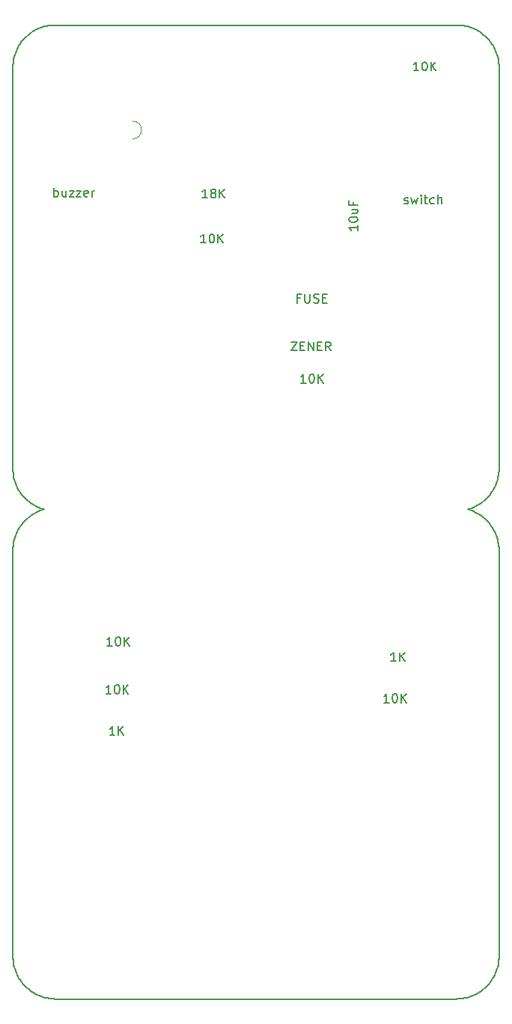
<source format=gto>
G04 #@! TF.FileFunction,Legend,Top*
%FSLAX45Y45*%
G04 Gerber Fmt 4.5, Leading zero omitted, Abs format (unit mm)*
G04 Created by KiCad (PCBNEW 4.0.6-e0-6349~53~ubuntu16.04.1) date Wed May 24 17:29:30 2017*
%MOMM*%
%LPD*%
G01*
G04 APERTURE LIST*
%ADD10C,0.020000*%
%ADD11C,0.155643*%
%ADD12C,0.120000*%
%ADD13C,0.150000*%
G04 APERTURE END LIST*
D10*
D11*
X10229479Y-3493136D02*
X10204755Y-3493756D01*
X10204755Y-3493756D02*
X10180365Y-3495596D01*
X10180365Y-3495596D02*
X10156337Y-3498627D01*
X10156337Y-3498627D02*
X10132701Y-3502819D01*
X10132701Y-3502819D02*
X10109487Y-3508142D01*
X10109487Y-3508142D02*
X10086724Y-3514567D01*
X10086724Y-3514567D02*
X10064443Y-3522064D01*
X10064443Y-3522064D02*
X10042673Y-3530604D01*
X10042673Y-3530604D02*
X10021443Y-3540156D01*
X10021443Y-3540156D02*
X10000783Y-3550692D01*
X10000783Y-3550692D02*
X9980722Y-3562182D01*
X9980722Y-3562182D02*
X9961291Y-3574596D01*
X9961291Y-3574596D02*
X9942519Y-3587904D01*
X9942519Y-3587904D02*
X9924436Y-3602078D01*
X9924436Y-3602078D02*
X9907071Y-3617087D01*
X9907071Y-3617087D02*
X9890453Y-3632901D01*
X9890453Y-3632901D02*
X9874614Y-3649492D01*
X9874614Y-3649492D02*
X9859581Y-3666829D01*
X9859581Y-3666829D02*
X9845385Y-3684883D01*
X9845385Y-3684883D02*
X9832056Y-3703624D01*
X9832056Y-3703624D02*
X9819622Y-3723023D01*
X9819622Y-3723023D02*
X9808114Y-3743050D01*
X9808114Y-3743050D02*
X9797562Y-3763676D01*
X9797562Y-3763676D02*
X9787994Y-3784870D01*
X9787994Y-3784870D02*
X9779442Y-3806604D01*
X9779442Y-3806604D02*
X9771933Y-3828847D01*
X9771933Y-3828847D02*
X9765498Y-3851571D01*
X9765498Y-3851571D02*
X9760167Y-3874745D01*
X9760167Y-3874745D02*
X9755969Y-3898340D01*
X9755969Y-3898340D02*
X9752933Y-3922326D01*
X9752933Y-3922326D02*
X9751091Y-3946674D01*
X9751091Y-3946674D02*
X9750470Y-3971354D01*
X9750470Y-3971354D02*
X9750470Y-8508201D01*
X9750470Y-8508201D02*
X9751130Y-8533622D01*
X9751130Y-8533622D02*
X9753088Y-8558685D01*
X9753088Y-8558685D02*
X9756312Y-8583357D01*
X9756312Y-8583357D02*
X9760770Y-8607607D01*
X9760770Y-8607607D02*
X9766428Y-8631403D01*
X9766428Y-8631403D02*
X9773254Y-8654713D01*
X9773254Y-8654713D02*
X9781215Y-8677504D01*
X9781215Y-8677504D02*
X9790280Y-8699745D01*
X9790280Y-8699745D02*
X9800414Y-8721404D01*
X9800414Y-8721404D02*
X9811587Y-8742449D01*
X9811587Y-8742449D02*
X9823764Y-8762848D01*
X9823764Y-8762848D02*
X9836915Y-8782569D01*
X9836915Y-8782569D02*
X9851005Y-8801579D01*
X9851005Y-8801579D02*
X9866002Y-8819848D01*
X9866002Y-8819848D02*
X9881875Y-8837342D01*
X9881875Y-8837342D02*
X9898589Y-8854031D01*
X9898589Y-8854031D02*
X9916114Y-8869881D01*
X9916114Y-8869881D02*
X9934415Y-8884861D01*
X9934415Y-8884861D02*
X9953461Y-8898940D01*
X9953461Y-8898940D02*
X9973219Y-8912084D01*
X9973219Y-8912084D02*
X9993656Y-8924263D01*
X9993656Y-8924263D02*
X10014740Y-8935444D01*
X10014740Y-8935444D02*
X10036438Y-8945594D01*
X10036438Y-8945594D02*
X10058718Y-8954683D01*
X10058718Y-8954683D02*
X10081546Y-8962678D01*
X10081546Y-8962678D02*
X10104892Y-8969548D01*
X10104892Y-8969548D02*
X10081522Y-8976642D01*
X10081522Y-8976642D02*
X10058673Y-8984854D01*
X10058673Y-8984854D02*
X10036377Y-8994155D01*
X10036377Y-8994155D02*
X10014667Y-9004510D01*
X10014667Y-9004510D02*
X9993574Y-9015890D01*
X9993574Y-9015890D02*
X9973131Y-9028261D01*
X9973131Y-9028261D02*
X9953371Y-9041593D01*
X9953371Y-9041593D02*
X9934326Y-9055853D01*
X9934326Y-9055853D02*
X9916027Y-9071010D01*
X9916027Y-9071010D02*
X9898508Y-9087032D01*
X9898508Y-9087032D02*
X9881800Y-9103887D01*
X9881800Y-9103887D02*
X9865936Y-9121543D01*
X9865936Y-9121543D02*
X9850948Y-9139969D01*
X9850948Y-9139969D02*
X9836869Y-9159133D01*
X9836869Y-9159133D02*
X9823730Y-9179003D01*
X9823730Y-9179003D02*
X9811564Y-9199548D01*
X9811564Y-9199548D02*
X9800404Y-9220735D01*
X9800404Y-9220735D02*
X9790282Y-9242533D01*
X9790282Y-9242533D02*
X9781229Y-9264910D01*
X9781229Y-9264910D02*
X9773278Y-9287835D01*
X9773278Y-9287835D02*
X9766462Y-9311275D01*
X9766462Y-9311275D02*
X9760813Y-9335199D01*
X9760813Y-9335199D02*
X9756363Y-9359575D01*
X9756363Y-9359575D02*
X9753145Y-9384371D01*
X9753145Y-9384371D02*
X9751190Y-9409556D01*
X9751190Y-9409556D02*
X9750531Y-9435097D01*
X9750531Y-9435097D02*
X9750531Y-14023287D01*
X9750531Y-14023287D02*
X9751159Y-14048245D01*
X9751159Y-14048245D02*
X9753024Y-14072868D01*
X9753024Y-14072868D02*
X9756094Y-14097125D01*
X9756094Y-14097125D02*
X9760341Y-14120986D01*
X9760341Y-14120986D02*
X9765735Y-14144421D01*
X9765735Y-14144421D02*
X9772244Y-14167400D01*
X9772244Y-14167400D02*
X9779840Y-14189893D01*
X9779840Y-14189893D02*
X9788492Y-14211871D01*
X9788492Y-14211871D02*
X9798170Y-14233304D01*
X9798170Y-14233304D02*
X9808845Y-14254161D01*
X9808845Y-14254161D02*
X9820486Y-14274412D01*
X9820486Y-14274412D02*
X9833063Y-14294029D01*
X9833063Y-14294029D02*
X9846546Y-14312980D01*
X9846546Y-14312980D02*
X9860906Y-14331236D01*
X9860906Y-14331236D02*
X9876112Y-14348767D01*
X9876112Y-14348767D02*
X9892135Y-14365543D01*
X9892135Y-14365543D02*
X9908943Y-14381534D01*
X9908943Y-14381534D02*
X9926508Y-14396710D01*
X9926508Y-14396710D02*
X9944800Y-14411041D01*
X9944800Y-14411041D02*
X9963787Y-14424498D01*
X9963787Y-14424498D02*
X9983441Y-14437050D01*
X9983441Y-14437050D02*
X10003731Y-14448668D01*
X10003731Y-14448668D02*
X10024628Y-14459321D01*
X10024628Y-14459321D02*
X10046101Y-14468980D01*
X10046101Y-14468980D02*
X10068120Y-14477615D01*
X10068120Y-14477615D02*
X10090656Y-14485195D01*
X10090656Y-14485195D02*
X10113677Y-14491691D01*
X10113677Y-14491691D02*
X10137156Y-14497074D01*
X10137156Y-14497074D02*
X10161060Y-14501312D01*
X10161060Y-14501312D02*
X10185361Y-14504376D01*
X10185361Y-14504376D02*
X10210028Y-14506237D01*
X10210028Y-14506237D02*
X10235032Y-14506864D01*
X10235032Y-14506864D02*
X14764968Y-14506864D01*
X14764968Y-14506864D02*
X14789972Y-14506237D01*
X14789972Y-14506237D02*
X14814638Y-14504376D01*
X14814638Y-14504376D02*
X14838938Y-14501312D01*
X14838938Y-14501312D02*
X14862842Y-14497074D01*
X14862842Y-14497074D02*
X14886318Y-14491691D01*
X14886318Y-14491691D02*
X14909339Y-14485195D01*
X14909339Y-14485195D02*
X14931872Y-14477615D01*
X14931872Y-14477615D02*
X14953890Y-14468980D01*
X14953890Y-14468980D02*
X14975360Y-14459321D01*
X14975360Y-14459321D02*
X14996254Y-14448668D01*
X14996254Y-14448668D02*
X15016542Y-14437050D01*
X15016542Y-14437050D02*
X15036194Y-14424498D01*
X15036194Y-14424498D02*
X15055178Y-14411041D01*
X15055178Y-14411041D02*
X15073467Y-14396710D01*
X15073467Y-14396710D02*
X15091029Y-14381534D01*
X15091029Y-14381534D02*
X15107835Y-14365543D01*
X15107835Y-14365543D02*
X15123855Y-14348767D01*
X15123855Y-14348767D02*
X15139058Y-14331236D01*
X15139058Y-14331236D02*
X15153415Y-14312980D01*
X15153415Y-14312980D02*
X15166896Y-14294029D01*
X15166896Y-14294029D02*
X15179470Y-14274412D01*
X15179470Y-14274412D02*
X15191109Y-14254161D01*
X15191109Y-14254161D02*
X15201781Y-14233304D01*
X15201781Y-14233304D02*
X15211457Y-14211871D01*
X15211457Y-14211871D02*
X15220107Y-14189893D01*
X15220107Y-14189893D02*
X15227701Y-14167400D01*
X15227701Y-14167400D02*
X15234209Y-14144421D01*
X15234209Y-14144421D02*
X15239601Y-14120986D01*
X15239601Y-14120986D02*
X15243847Y-14097125D01*
X15243847Y-14097125D02*
X15246917Y-14072868D01*
X15246917Y-14072868D02*
X15248780Y-14048245D01*
X15248780Y-14048245D02*
X15249408Y-14023287D01*
X15249408Y-14023287D02*
X15249408Y-9435097D01*
X15249408Y-9435097D02*
X15248750Y-9409557D01*
X15248750Y-9409557D02*
X15246796Y-9384374D01*
X15246796Y-9384374D02*
X15243578Y-9359579D01*
X15243578Y-9359579D02*
X15239129Y-9335204D01*
X15239129Y-9335204D02*
X15233481Y-9311281D01*
X15233481Y-9311281D02*
X15226667Y-9287842D01*
X15226667Y-9287842D02*
X15218718Y-9264919D01*
X15218718Y-9264919D02*
X15209668Y-9242542D01*
X15209668Y-9242542D02*
X15199547Y-9220745D01*
X15199547Y-9220745D02*
X15188390Y-9199558D01*
X15188390Y-9199558D02*
X15176227Y-9179014D01*
X15176227Y-9179014D02*
X15163091Y-9159144D01*
X15163091Y-9159144D02*
X15149014Y-9139979D01*
X15149014Y-9139979D02*
X15134029Y-9121553D01*
X15134029Y-9121553D02*
X15118168Y-9103897D01*
X15118168Y-9103897D02*
X15101463Y-9087041D01*
X15101463Y-9087041D02*
X15083947Y-9071019D01*
X15083947Y-9071019D02*
X15065652Y-9055861D01*
X15065652Y-9055861D02*
X15046609Y-9041601D01*
X15046609Y-9041601D02*
X15026852Y-9028268D01*
X15026852Y-9028268D02*
X15006412Y-9015896D01*
X15006412Y-9015896D02*
X14985323Y-9004515D01*
X14985323Y-9004515D02*
X14963615Y-8994159D01*
X14963615Y-8994159D02*
X14941322Y-8984857D01*
X14941322Y-8984857D02*
X14918476Y-8976643D01*
X14918476Y-8976643D02*
X14895108Y-8969548D01*
X14895108Y-8969548D02*
X14918452Y-8962678D01*
X14918452Y-8962678D02*
X14941280Y-8954682D01*
X14941280Y-8954682D02*
X14963559Y-8945592D01*
X14963559Y-8945592D02*
X14985256Y-8935441D01*
X14985256Y-8935441D02*
X15006340Y-8924259D01*
X15006340Y-8924259D02*
X15026777Y-8912080D01*
X15026777Y-8912080D02*
X15046534Y-8898935D01*
X15046534Y-8898935D02*
X15065580Y-8884856D01*
X15065580Y-8884856D02*
X15083881Y-8869876D01*
X15083881Y-8869876D02*
X15101406Y-8854025D01*
X15101406Y-8854025D02*
X15118120Y-8837336D01*
X15118120Y-8837336D02*
X15133993Y-8819842D01*
X15133993Y-8819842D02*
X15148991Y-8801573D01*
X15148991Y-8801573D02*
X15163081Y-8782563D01*
X15163081Y-8782563D02*
X15176232Y-8762842D01*
X15176232Y-8762842D02*
X15188410Y-8742444D01*
X15188410Y-8742444D02*
X15199583Y-8721399D01*
X15199583Y-8721399D02*
X15209718Y-8699740D01*
X15209718Y-8699740D02*
X15218783Y-8677500D01*
X15218783Y-8677500D02*
X15226745Y-8654709D01*
X15226745Y-8654709D02*
X15233571Y-8631400D01*
X15233571Y-8631400D02*
X15239230Y-8607604D01*
X15239230Y-8607604D02*
X15243687Y-8583355D01*
X15243687Y-8583355D02*
X15246912Y-8558683D01*
X15246912Y-8558683D02*
X15248870Y-8533621D01*
X15248870Y-8533621D02*
X15249530Y-8508201D01*
X15249530Y-8508201D02*
X15249530Y-3971354D01*
X15249530Y-3971354D02*
X15248909Y-3946674D01*
X15248909Y-3946674D02*
X15247066Y-3922326D01*
X15247066Y-3922326D02*
X15244030Y-3898340D01*
X15244030Y-3898340D02*
X15239830Y-3874745D01*
X15239830Y-3874745D02*
X15234498Y-3851571D01*
X15234498Y-3851571D02*
X15228061Y-3828847D01*
X15228061Y-3828847D02*
X15220551Y-3806604D01*
X15220551Y-3806604D02*
X15211996Y-3784870D01*
X15211996Y-3784870D02*
X15202426Y-3763676D01*
X15202426Y-3763676D02*
X15191872Y-3743050D01*
X15191872Y-3743050D02*
X15180361Y-3723023D01*
X15180361Y-3723023D02*
X15167925Y-3703624D01*
X15167925Y-3703624D02*
X15154593Y-3684883D01*
X15154593Y-3684883D02*
X15140394Y-3666829D01*
X15140394Y-3666829D02*
X15125359Y-3649492D01*
X15125359Y-3649492D02*
X15109516Y-3632901D01*
X15109516Y-3632901D02*
X15092896Y-3617087D01*
X15092896Y-3617087D02*
X15075528Y-3602078D01*
X15075528Y-3602078D02*
X15057442Y-3587904D01*
X15057442Y-3587904D02*
X15038667Y-3574596D01*
X15038667Y-3574596D02*
X15019234Y-3562182D01*
X15019234Y-3562182D02*
X14999171Y-3550692D01*
X14999171Y-3550692D02*
X14978508Y-3540156D01*
X14978508Y-3540156D02*
X14957276Y-3530604D01*
X14957276Y-3530604D02*
X14935503Y-3522064D01*
X14935503Y-3522064D02*
X14913220Y-3514567D01*
X14913220Y-3514567D02*
X14890456Y-3508142D01*
X14890456Y-3508142D02*
X14867241Y-3502819D01*
X14867241Y-3502819D02*
X14843604Y-3498627D01*
X14843604Y-3498627D02*
X14819575Y-3495596D01*
X14819575Y-3495596D02*
X14795184Y-3493756D01*
X14795184Y-3493756D02*
X14770460Y-3493136D01*
X14770460Y-3493136D02*
X10229479Y-3493136D01*
D12*
X11105580Y-4578680D02*
G75*
G02X11105580Y-4778680I0J-100000D01*
G01*
D11*
X10229479Y-3493136D02*
X10204755Y-3493756D01*
X10204755Y-3493756D02*
X10180365Y-3495596D01*
X10180365Y-3495596D02*
X10156337Y-3498627D01*
X10156337Y-3498627D02*
X10132701Y-3502819D01*
X10132701Y-3502819D02*
X10109487Y-3508142D01*
X10109487Y-3508142D02*
X10086724Y-3514567D01*
X10086724Y-3514567D02*
X10064443Y-3522064D01*
X10064443Y-3522064D02*
X10042673Y-3530604D01*
X10042673Y-3530604D02*
X10021443Y-3540156D01*
X10021443Y-3540156D02*
X10000783Y-3550692D01*
X10000783Y-3550692D02*
X9980722Y-3562182D01*
X9980722Y-3562182D02*
X9961291Y-3574596D01*
X9961291Y-3574596D02*
X9942519Y-3587904D01*
X9942519Y-3587904D02*
X9924436Y-3602078D01*
X9924436Y-3602078D02*
X9907071Y-3617087D01*
X9907071Y-3617087D02*
X9890453Y-3632901D01*
X9890453Y-3632901D02*
X9874614Y-3649492D01*
X9874614Y-3649492D02*
X9859581Y-3666829D01*
X9859581Y-3666829D02*
X9845385Y-3684883D01*
X9845385Y-3684883D02*
X9832056Y-3703624D01*
X9832056Y-3703624D02*
X9819622Y-3723023D01*
X9819622Y-3723023D02*
X9808114Y-3743050D01*
X9808114Y-3743050D02*
X9797562Y-3763676D01*
X9797562Y-3763676D02*
X9787994Y-3784870D01*
X9787994Y-3784870D02*
X9779442Y-3806604D01*
X9779442Y-3806604D02*
X9771933Y-3828847D01*
X9771933Y-3828847D02*
X9765498Y-3851571D01*
X9765498Y-3851571D02*
X9760167Y-3874745D01*
X9760167Y-3874745D02*
X9755969Y-3898340D01*
X9755969Y-3898340D02*
X9752933Y-3922326D01*
X9752933Y-3922326D02*
X9751091Y-3946674D01*
X9751091Y-3946674D02*
X9750470Y-3971354D01*
X9750470Y-3971354D02*
X9750470Y-8508201D01*
X9750470Y-8508201D02*
X9751130Y-8533622D01*
X9751130Y-8533622D02*
X9753088Y-8558685D01*
X9753088Y-8558685D02*
X9756312Y-8583357D01*
X9756312Y-8583357D02*
X9760770Y-8607607D01*
X9760770Y-8607607D02*
X9766428Y-8631403D01*
X9766428Y-8631403D02*
X9773254Y-8654713D01*
X9773254Y-8654713D02*
X9781215Y-8677504D01*
X9781215Y-8677504D02*
X9790280Y-8699745D01*
X9790280Y-8699745D02*
X9800414Y-8721404D01*
X9800414Y-8721404D02*
X9811587Y-8742449D01*
X9811587Y-8742449D02*
X9823764Y-8762848D01*
X9823764Y-8762848D02*
X9836915Y-8782569D01*
X9836915Y-8782569D02*
X9851005Y-8801579D01*
X9851005Y-8801579D02*
X9866002Y-8819848D01*
X9866002Y-8819848D02*
X9881875Y-8837342D01*
X9881875Y-8837342D02*
X9898589Y-8854031D01*
X9898589Y-8854031D02*
X9916114Y-8869881D01*
X9916114Y-8869881D02*
X9934415Y-8884861D01*
X9934415Y-8884861D02*
X9953461Y-8898940D01*
X9953461Y-8898940D02*
X9973219Y-8912084D01*
X9973219Y-8912084D02*
X9993656Y-8924263D01*
X9993656Y-8924263D02*
X10014740Y-8935444D01*
X10014740Y-8935444D02*
X10036438Y-8945594D01*
X10036438Y-8945594D02*
X10058718Y-8954683D01*
X10058718Y-8954683D02*
X10081546Y-8962678D01*
X10081546Y-8962678D02*
X10104892Y-8969548D01*
X10104892Y-8969548D02*
X10081522Y-8976642D01*
X10081522Y-8976642D02*
X10058673Y-8984854D01*
X10058673Y-8984854D02*
X10036377Y-8994155D01*
X10036377Y-8994155D02*
X10014667Y-9004510D01*
X10014667Y-9004510D02*
X9993574Y-9015890D01*
X9993574Y-9015890D02*
X9973131Y-9028261D01*
X9973131Y-9028261D02*
X9953371Y-9041593D01*
X9953371Y-9041593D02*
X9934326Y-9055853D01*
X9934326Y-9055853D02*
X9916027Y-9071010D01*
X9916027Y-9071010D02*
X9898508Y-9087032D01*
X9898508Y-9087032D02*
X9881800Y-9103887D01*
X9881800Y-9103887D02*
X9865936Y-9121543D01*
X9865936Y-9121543D02*
X9850948Y-9139969D01*
X9850948Y-9139969D02*
X9836869Y-9159133D01*
X9836869Y-9159133D02*
X9823730Y-9179003D01*
X9823730Y-9179003D02*
X9811564Y-9199548D01*
X9811564Y-9199548D02*
X9800404Y-9220735D01*
X9800404Y-9220735D02*
X9790282Y-9242533D01*
X9790282Y-9242533D02*
X9781229Y-9264910D01*
X9781229Y-9264910D02*
X9773278Y-9287835D01*
X9773278Y-9287835D02*
X9766462Y-9311275D01*
X9766462Y-9311275D02*
X9760813Y-9335199D01*
X9760813Y-9335199D02*
X9756363Y-9359575D01*
X9756363Y-9359575D02*
X9753145Y-9384371D01*
X9753145Y-9384371D02*
X9751190Y-9409556D01*
X9751190Y-9409556D02*
X9750531Y-9435097D01*
X9750531Y-9435097D02*
X9750531Y-14023287D01*
X9750531Y-14023287D02*
X9751159Y-14048245D01*
X9751159Y-14048245D02*
X9753024Y-14072868D01*
X9753024Y-14072868D02*
X9756094Y-14097125D01*
X9756094Y-14097125D02*
X9760341Y-14120986D01*
X9760341Y-14120986D02*
X9765735Y-14144421D01*
X9765735Y-14144421D02*
X9772244Y-14167400D01*
X9772244Y-14167400D02*
X9779840Y-14189893D01*
X9779840Y-14189893D02*
X9788492Y-14211871D01*
X9788492Y-14211871D02*
X9798170Y-14233304D01*
X9798170Y-14233304D02*
X9808845Y-14254161D01*
X9808845Y-14254161D02*
X9820486Y-14274412D01*
X9820486Y-14274412D02*
X9833063Y-14294029D01*
X9833063Y-14294029D02*
X9846546Y-14312980D01*
X9846546Y-14312980D02*
X9860906Y-14331236D01*
X9860906Y-14331236D02*
X9876112Y-14348767D01*
X9876112Y-14348767D02*
X9892135Y-14365543D01*
X9892135Y-14365543D02*
X9908943Y-14381534D01*
X9908943Y-14381534D02*
X9926508Y-14396710D01*
X9926508Y-14396710D02*
X9944800Y-14411041D01*
X9944800Y-14411041D02*
X9963787Y-14424498D01*
X9963787Y-14424498D02*
X9983441Y-14437050D01*
X9983441Y-14437050D02*
X10003731Y-14448668D01*
X10003731Y-14448668D02*
X10024628Y-14459321D01*
X10024628Y-14459321D02*
X10046101Y-14468980D01*
X10046101Y-14468980D02*
X10068120Y-14477615D01*
X10068120Y-14477615D02*
X10090656Y-14485195D01*
X10090656Y-14485195D02*
X10113677Y-14491691D01*
X10113677Y-14491691D02*
X10137156Y-14497074D01*
X10137156Y-14497074D02*
X10161060Y-14501312D01*
X10161060Y-14501312D02*
X10185361Y-14504376D01*
X10185361Y-14504376D02*
X10210028Y-14506237D01*
X10210028Y-14506237D02*
X10235032Y-14506864D01*
X10235032Y-14506864D02*
X14764968Y-14506864D01*
X14764968Y-14506864D02*
X14789972Y-14506237D01*
X14789972Y-14506237D02*
X14814638Y-14504376D01*
X14814638Y-14504376D02*
X14838938Y-14501312D01*
X14838938Y-14501312D02*
X14862842Y-14497074D01*
X14862842Y-14497074D02*
X14886318Y-14491691D01*
X14886318Y-14491691D02*
X14909339Y-14485195D01*
X14909339Y-14485195D02*
X14931872Y-14477615D01*
X14931872Y-14477615D02*
X14953890Y-14468980D01*
X14953890Y-14468980D02*
X14975360Y-14459321D01*
X14975360Y-14459321D02*
X14996254Y-14448668D01*
X14996254Y-14448668D02*
X15016542Y-14437050D01*
X15016542Y-14437050D02*
X15036194Y-14424498D01*
X15036194Y-14424498D02*
X15055178Y-14411041D01*
X15055178Y-14411041D02*
X15073467Y-14396710D01*
X15073467Y-14396710D02*
X15091029Y-14381534D01*
X15091029Y-14381534D02*
X15107835Y-14365543D01*
X15107835Y-14365543D02*
X15123855Y-14348767D01*
X15123855Y-14348767D02*
X15139058Y-14331236D01*
X15139058Y-14331236D02*
X15153415Y-14312980D01*
X15153415Y-14312980D02*
X15166896Y-14294029D01*
X15166896Y-14294029D02*
X15179470Y-14274412D01*
X15179470Y-14274412D02*
X15191109Y-14254161D01*
X15191109Y-14254161D02*
X15201781Y-14233304D01*
X15201781Y-14233304D02*
X15211457Y-14211871D01*
X15211457Y-14211871D02*
X15220107Y-14189893D01*
X15220107Y-14189893D02*
X15227701Y-14167400D01*
X15227701Y-14167400D02*
X15234209Y-14144421D01*
X15234209Y-14144421D02*
X15239601Y-14120986D01*
X15239601Y-14120986D02*
X15243847Y-14097125D01*
X15243847Y-14097125D02*
X15246917Y-14072868D01*
X15246917Y-14072868D02*
X15248780Y-14048245D01*
X15248780Y-14048245D02*
X15249408Y-14023287D01*
X15249408Y-14023287D02*
X15249408Y-9435097D01*
X15249408Y-9435097D02*
X15248750Y-9409557D01*
X15248750Y-9409557D02*
X15246796Y-9384374D01*
X15246796Y-9384374D02*
X15243578Y-9359579D01*
X15243578Y-9359579D02*
X15239129Y-9335204D01*
X15239129Y-9335204D02*
X15233481Y-9311281D01*
X15233481Y-9311281D02*
X15226667Y-9287842D01*
X15226667Y-9287842D02*
X15218718Y-9264919D01*
X15218718Y-9264919D02*
X15209668Y-9242542D01*
X15209668Y-9242542D02*
X15199547Y-9220745D01*
X15199547Y-9220745D02*
X15188390Y-9199558D01*
X15188390Y-9199558D02*
X15176227Y-9179014D01*
X15176227Y-9179014D02*
X15163091Y-9159144D01*
X15163091Y-9159144D02*
X15149014Y-9139979D01*
X15149014Y-9139979D02*
X15134029Y-9121553D01*
X15134029Y-9121553D02*
X15118168Y-9103897D01*
X15118168Y-9103897D02*
X15101463Y-9087041D01*
X15101463Y-9087041D02*
X15083947Y-9071019D01*
X15083947Y-9071019D02*
X15065652Y-9055861D01*
X15065652Y-9055861D02*
X15046609Y-9041601D01*
X15046609Y-9041601D02*
X15026852Y-9028268D01*
X15026852Y-9028268D02*
X15006412Y-9015896D01*
X15006412Y-9015896D02*
X14985323Y-9004515D01*
X14985323Y-9004515D02*
X14963615Y-8994159D01*
X14963615Y-8994159D02*
X14941322Y-8984857D01*
X14941322Y-8984857D02*
X14918476Y-8976643D01*
X14918476Y-8976643D02*
X14895108Y-8969548D01*
X14895108Y-8969548D02*
X14918452Y-8962678D01*
X14918452Y-8962678D02*
X14941280Y-8954682D01*
X14941280Y-8954682D02*
X14963559Y-8945592D01*
X14963559Y-8945592D02*
X14985256Y-8935441D01*
X14985256Y-8935441D02*
X15006340Y-8924259D01*
X15006340Y-8924259D02*
X15026777Y-8912080D01*
X15026777Y-8912080D02*
X15046534Y-8898935D01*
X15046534Y-8898935D02*
X15065580Y-8884856D01*
X15065580Y-8884856D02*
X15083881Y-8869876D01*
X15083881Y-8869876D02*
X15101406Y-8854025D01*
X15101406Y-8854025D02*
X15118120Y-8837336D01*
X15118120Y-8837336D02*
X15133993Y-8819842D01*
X15133993Y-8819842D02*
X15148991Y-8801573D01*
X15148991Y-8801573D02*
X15163081Y-8782563D01*
X15163081Y-8782563D02*
X15176232Y-8762842D01*
X15176232Y-8762842D02*
X15188410Y-8742444D01*
X15188410Y-8742444D02*
X15199583Y-8721399D01*
X15199583Y-8721399D02*
X15209718Y-8699740D01*
X15209718Y-8699740D02*
X15218783Y-8677500D01*
X15218783Y-8677500D02*
X15226745Y-8654709D01*
X15226745Y-8654709D02*
X15233571Y-8631400D01*
X15233571Y-8631400D02*
X15239230Y-8607604D01*
X15239230Y-8607604D02*
X15243687Y-8583355D01*
X15243687Y-8583355D02*
X15246912Y-8558683D01*
X15246912Y-8558683D02*
X15248870Y-8533621D01*
X15248870Y-8533621D02*
X15249530Y-8508201D01*
X15249530Y-8508201D02*
X15249530Y-3971354D01*
X15249530Y-3971354D02*
X15248909Y-3946674D01*
X15248909Y-3946674D02*
X15247066Y-3922326D01*
X15247066Y-3922326D02*
X15244030Y-3898340D01*
X15244030Y-3898340D02*
X15239830Y-3874745D01*
X15239830Y-3874745D02*
X15234498Y-3851571D01*
X15234498Y-3851571D02*
X15228061Y-3828847D01*
X15228061Y-3828847D02*
X15220551Y-3806604D01*
X15220551Y-3806604D02*
X15211996Y-3784870D01*
X15211996Y-3784870D02*
X15202426Y-3763676D01*
X15202426Y-3763676D02*
X15191872Y-3743050D01*
X15191872Y-3743050D02*
X15180361Y-3723023D01*
X15180361Y-3723023D02*
X15167925Y-3703624D01*
X15167925Y-3703624D02*
X15154593Y-3684883D01*
X15154593Y-3684883D02*
X15140394Y-3666829D01*
X15140394Y-3666829D02*
X15125359Y-3649492D01*
X15125359Y-3649492D02*
X15109516Y-3632901D01*
X15109516Y-3632901D02*
X15092896Y-3617087D01*
X15092896Y-3617087D02*
X15075528Y-3602078D01*
X15075528Y-3602078D02*
X15057442Y-3587904D01*
X15057442Y-3587904D02*
X15038667Y-3574596D01*
X15038667Y-3574596D02*
X15019234Y-3562182D01*
X15019234Y-3562182D02*
X14999171Y-3550692D01*
X14999171Y-3550692D02*
X14978508Y-3540156D01*
X14978508Y-3540156D02*
X14957276Y-3530604D01*
X14957276Y-3530604D02*
X14935503Y-3522064D01*
X14935503Y-3522064D02*
X14913220Y-3514567D01*
X14913220Y-3514567D02*
X14890456Y-3508142D01*
X14890456Y-3508142D02*
X14867241Y-3502819D01*
X14867241Y-3502819D02*
X14843604Y-3498627D01*
X14843604Y-3498627D02*
X14819575Y-3495596D01*
X14819575Y-3495596D02*
X14795184Y-3493756D01*
X14795184Y-3493756D02*
X14770460Y-3493136D01*
X14770460Y-3493136D02*
X10229479Y-3493136D01*
D13*
X10903112Y-11522990D02*
X10845969Y-11522990D01*
X10874540Y-11522990D02*
X10874540Y-11422990D01*
X10865016Y-11437276D01*
X10855492Y-11446800D01*
X10845969Y-11451561D01*
X10945969Y-11522990D02*
X10945969Y-11422990D01*
X11003112Y-11522990D02*
X10960254Y-11465847D01*
X11003112Y-11422990D02*
X10945969Y-11480133D01*
X10861080Y-11053598D02*
X10803938Y-11053598D01*
X10832509Y-11053598D02*
X10832509Y-10953598D01*
X10822985Y-10967884D01*
X10813461Y-10977408D01*
X10803938Y-10982170D01*
X10922985Y-10953598D02*
X10932509Y-10953598D01*
X10942033Y-10958360D01*
X10946795Y-10963122D01*
X10951557Y-10972646D01*
X10956319Y-10991693D01*
X10956319Y-11015503D01*
X10951557Y-11034551D01*
X10946795Y-11044074D01*
X10942033Y-11048836D01*
X10932509Y-11053598D01*
X10922985Y-11053598D01*
X10913461Y-11048836D01*
X10908699Y-11044074D01*
X10903938Y-11034551D01*
X10899176Y-11015503D01*
X10899176Y-10991693D01*
X10903938Y-10972646D01*
X10908699Y-10963122D01*
X10913461Y-10958360D01*
X10922985Y-10953598D01*
X10999176Y-11053598D02*
X10999176Y-10953598D01*
X11056319Y-11053598D02*
X11013461Y-10996455D01*
X11056319Y-10953598D02*
X10999176Y-11010741D01*
X14004584Y-11154182D02*
X13947441Y-11154182D01*
X13976013Y-11154182D02*
X13976013Y-11054182D01*
X13966489Y-11068468D01*
X13956965Y-11077992D01*
X13947441Y-11082754D01*
X14066489Y-11054182D02*
X14076013Y-11054182D01*
X14085537Y-11058944D01*
X14090299Y-11063706D01*
X14095061Y-11073230D01*
X14099822Y-11092277D01*
X14099822Y-11116087D01*
X14095061Y-11135135D01*
X14090299Y-11144658D01*
X14085537Y-11149420D01*
X14076013Y-11154182D01*
X14066489Y-11154182D01*
X14056965Y-11149420D01*
X14052203Y-11144658D01*
X14047441Y-11135135D01*
X14042680Y-11116087D01*
X14042680Y-11092277D01*
X14047441Y-11073230D01*
X14052203Y-11063706D01*
X14056965Y-11058944D01*
X14066489Y-11054182D01*
X14142680Y-11154182D02*
X14142680Y-11054182D01*
X14199822Y-11154182D02*
X14156965Y-11097039D01*
X14199822Y-11054182D02*
X14142680Y-11111325D01*
X14082683Y-10686822D02*
X14025541Y-10686822D01*
X14054112Y-10686822D02*
X14054112Y-10586822D01*
X14044588Y-10601108D01*
X14035064Y-10610632D01*
X14025541Y-10615394D01*
X14125541Y-10686822D02*
X14125541Y-10586822D01*
X14182683Y-10686822D02*
X14139826Y-10629679D01*
X14182683Y-10586822D02*
X14125541Y-10643965D01*
X10873272Y-10512070D02*
X10816130Y-10512070D01*
X10844701Y-10512070D02*
X10844701Y-10412070D01*
X10835177Y-10426356D01*
X10825653Y-10435880D01*
X10816130Y-10440642D01*
X10935177Y-10412070D02*
X10944701Y-10412070D01*
X10954225Y-10416832D01*
X10958987Y-10421594D01*
X10963749Y-10431118D01*
X10968511Y-10450165D01*
X10968511Y-10473975D01*
X10963749Y-10493023D01*
X10958987Y-10502546D01*
X10954225Y-10507308D01*
X10944701Y-10512070D01*
X10935177Y-10512070D01*
X10925653Y-10507308D01*
X10920891Y-10502546D01*
X10916130Y-10493023D01*
X10911368Y-10473975D01*
X10911368Y-10450165D01*
X10916130Y-10431118D01*
X10920891Y-10421594D01*
X10925653Y-10416832D01*
X10935177Y-10412070D01*
X11011368Y-10512070D02*
X11011368Y-10412070D01*
X11068511Y-10512070D02*
X11025653Y-10454927D01*
X11068511Y-10412070D02*
X11011368Y-10469213D01*
X13064784Y-7538746D02*
X13007641Y-7538746D01*
X13036213Y-7538746D02*
X13036213Y-7438746D01*
X13026689Y-7453032D01*
X13017165Y-7462556D01*
X13007641Y-7467317D01*
X13126689Y-7438746D02*
X13136213Y-7438746D01*
X13145737Y-7443508D01*
X13150499Y-7448270D01*
X13155261Y-7457794D01*
X13160022Y-7476841D01*
X13160022Y-7500651D01*
X13155261Y-7519698D01*
X13150499Y-7529222D01*
X13145737Y-7533984D01*
X13136213Y-7538746D01*
X13126689Y-7538746D01*
X13117165Y-7533984D01*
X13112403Y-7529222D01*
X13107641Y-7519698D01*
X13102880Y-7500651D01*
X13102880Y-7476841D01*
X13107641Y-7457794D01*
X13112403Y-7448270D01*
X13117165Y-7443508D01*
X13126689Y-7438746D01*
X13202880Y-7538746D02*
X13202880Y-7438746D01*
X13260022Y-7538746D02*
X13217165Y-7481603D01*
X13260022Y-7438746D02*
X13202880Y-7495889D01*
X12896211Y-7073748D02*
X12962878Y-7073748D01*
X12896211Y-7173748D01*
X12962878Y-7173748D01*
X13000973Y-7121367D02*
X13034307Y-7121367D01*
X13048592Y-7173748D02*
X13000973Y-7173748D01*
X13000973Y-7073748D01*
X13048592Y-7073748D01*
X13091450Y-7173748D02*
X13091450Y-7073748D01*
X13148592Y-7173748D01*
X13148592Y-7073748D01*
X13196211Y-7121367D02*
X13229545Y-7121367D01*
X13243831Y-7173748D02*
X13196211Y-7173748D01*
X13196211Y-7073748D01*
X13243831Y-7073748D01*
X13343831Y-7173748D02*
X13310497Y-7126129D01*
X13286688Y-7173748D02*
X13286688Y-7073748D01*
X13324783Y-7073748D01*
X13334307Y-7078510D01*
X13339069Y-7083272D01*
X13343831Y-7092796D01*
X13343831Y-7107081D01*
X13339069Y-7116605D01*
X13334307Y-7121367D01*
X13324783Y-7126129D01*
X13286688Y-7126129D01*
X13000848Y-6581101D02*
X12967514Y-6581101D01*
X12967514Y-6633482D02*
X12967514Y-6533482D01*
X13015133Y-6533482D01*
X13053229Y-6533482D02*
X13053229Y-6614434D01*
X13057990Y-6623958D01*
X13062752Y-6628720D01*
X13072276Y-6633482D01*
X13091324Y-6633482D01*
X13100848Y-6628720D01*
X13105610Y-6623958D01*
X13110371Y-6614434D01*
X13110371Y-6533482D01*
X13153229Y-6628720D02*
X13167514Y-6633482D01*
X13191324Y-6633482D01*
X13200848Y-6628720D01*
X13205610Y-6623958D01*
X13210371Y-6614434D01*
X13210371Y-6604911D01*
X13205610Y-6595387D01*
X13200848Y-6590625D01*
X13191324Y-6585863D01*
X13172276Y-6581101D01*
X13162752Y-6576339D01*
X13157990Y-6571577D01*
X13153229Y-6562053D01*
X13153229Y-6552530D01*
X13157990Y-6543006D01*
X13162752Y-6538244D01*
X13172276Y-6533482D01*
X13196086Y-6533482D01*
X13210371Y-6538244D01*
X13253229Y-6581101D02*
X13286562Y-6581101D01*
X13300848Y-6633482D02*
X13253229Y-6633482D01*
X13253229Y-6533482D01*
X13300848Y-6533482D01*
X13649986Y-5756611D02*
X13649986Y-5813754D01*
X13649986Y-5785182D02*
X13549986Y-5785182D01*
X13564272Y-5794706D01*
X13573796Y-5804230D01*
X13578557Y-5813754D01*
X13549986Y-5694706D02*
X13549986Y-5685182D01*
X13554748Y-5675658D01*
X13559510Y-5670896D01*
X13569034Y-5666135D01*
X13588081Y-5661373D01*
X13611891Y-5661373D01*
X13630938Y-5666135D01*
X13640462Y-5670896D01*
X13645224Y-5675658D01*
X13649986Y-5685182D01*
X13649986Y-5694706D01*
X13645224Y-5704230D01*
X13640462Y-5708992D01*
X13630938Y-5713754D01*
X13611891Y-5718516D01*
X13588081Y-5718516D01*
X13569034Y-5713754D01*
X13559510Y-5708992D01*
X13554748Y-5704230D01*
X13549986Y-5694706D01*
X13583319Y-5575658D02*
X13649986Y-5575658D01*
X13583319Y-5618516D02*
X13635700Y-5618516D01*
X13645224Y-5613754D01*
X13649986Y-5604230D01*
X13649986Y-5589944D01*
X13645224Y-5580420D01*
X13640462Y-5575658D01*
X13597605Y-5494706D02*
X13597605Y-5528039D01*
X13649986Y-5528039D02*
X13549986Y-5528039D01*
X13549986Y-5480420D01*
X11934102Y-5954548D02*
X11876959Y-5954548D01*
X11905531Y-5954548D02*
X11905531Y-5854548D01*
X11896007Y-5868834D01*
X11886483Y-5878358D01*
X11876959Y-5883119D01*
X11996007Y-5854548D02*
X12005531Y-5854548D01*
X12015055Y-5859310D01*
X12019817Y-5864072D01*
X12024579Y-5873596D01*
X12029340Y-5892643D01*
X12029340Y-5916453D01*
X12024579Y-5935500D01*
X12019817Y-5945024D01*
X12015055Y-5949786D01*
X12005531Y-5954548D01*
X11996007Y-5954548D01*
X11986483Y-5949786D01*
X11981721Y-5945024D01*
X11976959Y-5935500D01*
X11972198Y-5916453D01*
X11972198Y-5892643D01*
X11976959Y-5873596D01*
X11981721Y-5864072D01*
X11986483Y-5859310D01*
X11996007Y-5854548D01*
X12072198Y-5954548D02*
X12072198Y-5854548D01*
X12129340Y-5954548D02*
X12086483Y-5897405D01*
X12129340Y-5854548D02*
X12072198Y-5911691D01*
X11950358Y-5446040D02*
X11893215Y-5446040D01*
X11921787Y-5446040D02*
X11921787Y-5346040D01*
X11912263Y-5360326D01*
X11902739Y-5369850D01*
X11893215Y-5374612D01*
X12007501Y-5388897D02*
X11997977Y-5384135D01*
X11993215Y-5379373D01*
X11988454Y-5369850D01*
X11988454Y-5365088D01*
X11993215Y-5355564D01*
X11997977Y-5350802D01*
X12007501Y-5346040D01*
X12026549Y-5346040D01*
X12036073Y-5350802D01*
X12040835Y-5355564D01*
X12045596Y-5365088D01*
X12045596Y-5369850D01*
X12040835Y-5379373D01*
X12036073Y-5384135D01*
X12026549Y-5388897D01*
X12007501Y-5388897D01*
X11997977Y-5393659D01*
X11993215Y-5398421D01*
X11988454Y-5407945D01*
X11988454Y-5426993D01*
X11993215Y-5436516D01*
X11997977Y-5441278D01*
X12007501Y-5446040D01*
X12026549Y-5446040D01*
X12036073Y-5441278D01*
X12040835Y-5436516D01*
X12045596Y-5426993D01*
X12045596Y-5407945D01*
X12040835Y-5398421D01*
X12036073Y-5393659D01*
X12026549Y-5388897D01*
X12088454Y-5446040D02*
X12088454Y-5346040D01*
X12145596Y-5446040D02*
X12102739Y-5388897D01*
X12145596Y-5346040D02*
X12088454Y-5403183D01*
X10216955Y-5432070D02*
X10216955Y-5332070D01*
X10216955Y-5370165D02*
X10226479Y-5365403D01*
X10245527Y-5365403D01*
X10255051Y-5370165D01*
X10259813Y-5374927D01*
X10264575Y-5384451D01*
X10264575Y-5413023D01*
X10259813Y-5422546D01*
X10255051Y-5427308D01*
X10245527Y-5432070D01*
X10226479Y-5432070D01*
X10216955Y-5427308D01*
X10350289Y-5365403D02*
X10350289Y-5432070D01*
X10307432Y-5365403D02*
X10307432Y-5417784D01*
X10312194Y-5427308D01*
X10321717Y-5432070D01*
X10336003Y-5432070D01*
X10345527Y-5427308D01*
X10350289Y-5422546D01*
X10388384Y-5365403D02*
X10440765Y-5365403D01*
X10388384Y-5432070D01*
X10440765Y-5432070D01*
X10469336Y-5365403D02*
X10521717Y-5365403D01*
X10469336Y-5432070D01*
X10521717Y-5432070D01*
X10597908Y-5427308D02*
X10588384Y-5432070D01*
X10569336Y-5432070D01*
X10559813Y-5427308D01*
X10555051Y-5417784D01*
X10555051Y-5379689D01*
X10559813Y-5370165D01*
X10569336Y-5365403D01*
X10588384Y-5365403D01*
X10597908Y-5370165D01*
X10602670Y-5379689D01*
X10602670Y-5389213D01*
X10555051Y-5398737D01*
X10645527Y-5432070D02*
X10645527Y-5365403D01*
X10645527Y-5384451D02*
X10650289Y-5374927D01*
X10655051Y-5370165D01*
X10664575Y-5365403D01*
X10674098Y-5365403D01*
X14340372Y-4007638D02*
X14283229Y-4007638D01*
X14311801Y-4007638D02*
X14311801Y-3907638D01*
X14302277Y-3921924D01*
X14292753Y-3931448D01*
X14283229Y-3936209D01*
X14402277Y-3907638D02*
X14411801Y-3907638D01*
X14421325Y-3912400D01*
X14426087Y-3917162D01*
X14430849Y-3926686D01*
X14435610Y-3945733D01*
X14435610Y-3969543D01*
X14430849Y-3988590D01*
X14426087Y-3998114D01*
X14421325Y-4002876D01*
X14411801Y-4007638D01*
X14402277Y-4007638D01*
X14392753Y-4002876D01*
X14387991Y-3998114D01*
X14383229Y-3988590D01*
X14378468Y-3969543D01*
X14378468Y-3945733D01*
X14383229Y-3926686D01*
X14387991Y-3917162D01*
X14392753Y-3912400D01*
X14402277Y-3907638D01*
X14478468Y-4007638D02*
X14478468Y-3907638D01*
X14535610Y-4007638D02*
X14492753Y-3950495D01*
X14535610Y-3907638D02*
X14478468Y-3964781D01*
X14178370Y-5508588D02*
X14187894Y-5513350D01*
X14206942Y-5513350D01*
X14216466Y-5508588D01*
X14221227Y-5499064D01*
X14221227Y-5494303D01*
X14216466Y-5484779D01*
X14206942Y-5480017D01*
X14192656Y-5480017D01*
X14183132Y-5475255D01*
X14178370Y-5465731D01*
X14178370Y-5460969D01*
X14183132Y-5451445D01*
X14192656Y-5446683D01*
X14206942Y-5446683D01*
X14216466Y-5451445D01*
X14254561Y-5446683D02*
X14273608Y-5513350D01*
X14292656Y-5465731D01*
X14311704Y-5513350D01*
X14330751Y-5446683D01*
X14368846Y-5513350D02*
X14368846Y-5446683D01*
X14368846Y-5413350D02*
X14364085Y-5418112D01*
X14368846Y-5422874D01*
X14373608Y-5418112D01*
X14368846Y-5413350D01*
X14368846Y-5422874D01*
X14402180Y-5446683D02*
X14440275Y-5446683D01*
X14416465Y-5413350D02*
X14416465Y-5499064D01*
X14421227Y-5508588D01*
X14430751Y-5513350D01*
X14440275Y-5513350D01*
X14516466Y-5508588D02*
X14506942Y-5513350D01*
X14487894Y-5513350D01*
X14478370Y-5508588D01*
X14473608Y-5503826D01*
X14468846Y-5494303D01*
X14468846Y-5465731D01*
X14473608Y-5456207D01*
X14478370Y-5451445D01*
X14487894Y-5446683D01*
X14506942Y-5446683D01*
X14516466Y-5451445D01*
X14559323Y-5513350D02*
X14559323Y-5413350D01*
X14602180Y-5513350D02*
X14602180Y-5460969D01*
X14597418Y-5451445D01*
X14587894Y-5446683D01*
X14573608Y-5446683D01*
X14564085Y-5451445D01*
X14559323Y-5456207D01*
M02*

</source>
